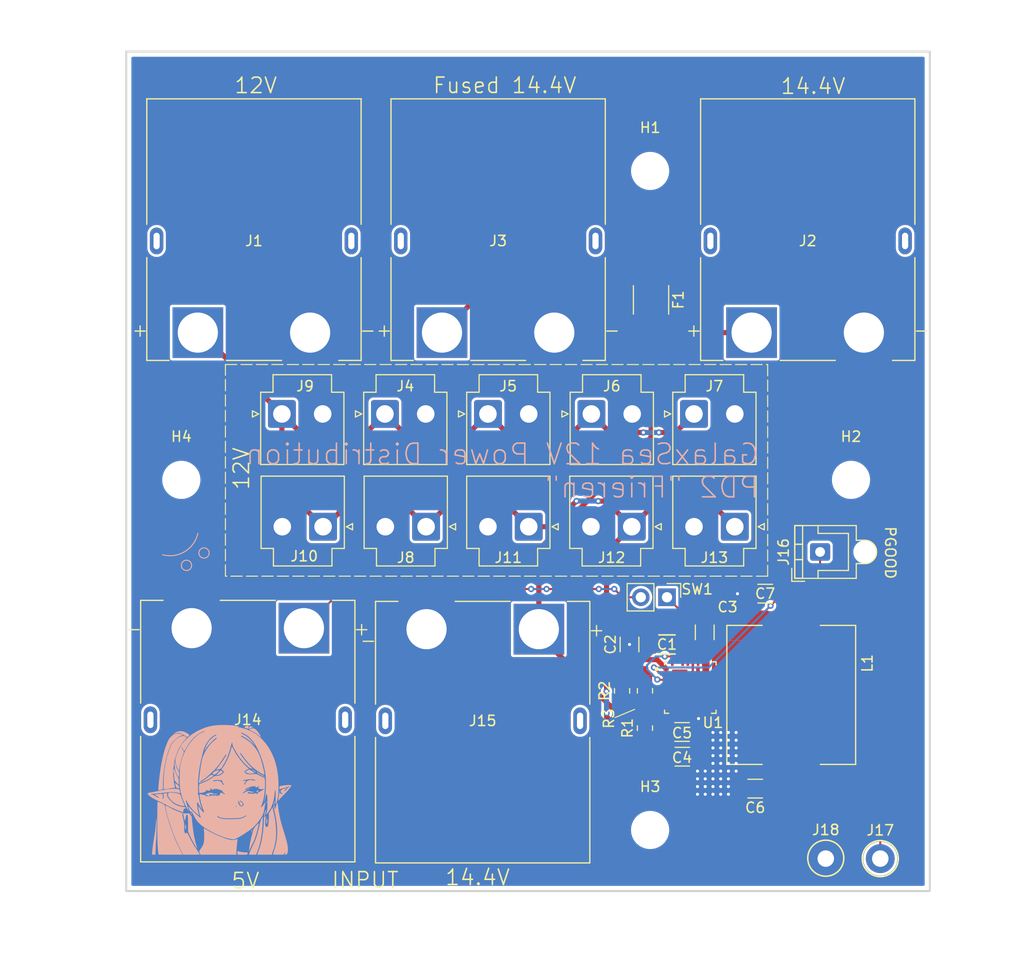
<source format=kicad_pcb>
(kicad_pcb (version 20240108) (generator "pcbnew") (generator_version "8.0")
  (layers (0 "F.Cu" signal) (31 "B.Cu" signal) (34 "B.Paste" user) (35 "F.Paste" user) (36 "B.SilkS" user "B.Silkscreen") (37 "F.SilkS" user "F.Silkscreen") (38 "B.Mask" user) (39 "F.Mask" user) (44 "Edge.Cuts" user))
  (net 0 "")
  (net 1 "GND")
  (net 2 "+5V")
  (net 3 "/PGOOD")
  (net 4 "Net-(U1-SS)")
  (net 5 "Net-(U1-FB)")
  (net 7 "Net-(U1-BST)")
  (net 9 "Net-(U1-TON)")
  (net 10 "+14.4V")
  (net 11 "+12V")
  (net 12 "Net-(U1-LX)")
  (net 13 "Net-(J3-Pin_1)")
  (net 14 "Net-(SW1-A)")
  (footprint "MountingHole:MountingHole_3.2mm_M3" (layer "F.Cu") (at 146.5 133)
    (property "Reference" "H3" (at 0 -4.2 0) (layer "F.SilkS"))
    (property "Value" "M3")
    (pad "" np_thru_hole circle (at 0 0) (size 3.2 3.2) (drill 3.2) (layers "*.Cu" "*.Mask"))
  )
  (footprint "TestPoint:TestPoint_Keystone_5010-5014_Multipurpose" (layer "F.Cu") (at 163.55 135.74)
    (property "Reference" "J18" (at 0 -2.75 0) (layer "F.SilkS"))
    (property "Value" "GND TP")
    (pad "1" thru_hole circle (at 0 0.04) (size 2.8 2.8) (drill 1.6) (layers "*.Cu" "*.Mask") (net 1 "GND"))
  )
  (footprint "Fuse:Fuse_1812_4532Metric" (layer "F.Cu") (at 146.59 81.52 -90)
    (property "Reference" "F1" (at 0 -2.65 -90) (layer "F.SilkS"))
    (property "Value" "Fuse")
    (pad "1" smd roundrect (at -2.1375 0 270) (size 1.125 3.4) (layers "F.Cu" "F.Paste" "F.Mask") (roundrect_rratio 0.222222) (net 13 "Net-(J3-Pin_1)"))
    (pad "2" smd roundrect (at 2.1375 0 270) (size 1.125 3.4) (layers "F.Cu" "F.Paste" "F.Mask") (roundrect_rratio 0.222222) (net 10 "+14.4V"))
  )
  (footprint "Capacitor_SMD:C_1206_3216Metric" (layer "F.Cu") (at 149.6 123.4832)
    (property "Reference" "C5" (at 0 0.1 0) (layer "F.SilkS"))
    (property "Value" "22uF")
    (pad "1" smd roundrect (at -1.475 0) (size 1.15 1.8) (layers "F.Cu" "F.Paste" "F.Mask") (roundrect_rratio 0.217391) (net 10 "+14.4V"))
    (pad "2" smd roundrect (at 1.475 0) (size 1.15 1.8) (layers "F.Cu" "F.Paste" "F.Mask") (roundrect_rratio 0.217391) (net 1 "GND"))
  )
  (footprint "TestPoint:TestPoint_Keystone_5010-5014_Multipurpose" (layer "F.Cu") (at 168.84 135.78)
    (property "Reference" "J17" (at 0 -2.75 0) (layer "F.SilkS"))
    (property "Value" "PGOOD TP")
    (pad "1" thru_hole circle (at 0 0) (size 2.8 2.8) (drill 1.6) (layers "*.Cu" "*.Mask") (net 3 "/PGOOD"))
  )
  (footprint "Connector_JST:JST_VH_B2P-VH-B_1x02_P3.96mm_Vertical" (layer "F.Cu") (at 144.72 103.55 180)
    (property "Reference" "J12" (at 1.96 -3 0) (layer "F.SilkS"))
    (property "Value" "Motor" (hide yes))
    (pad "1" thru_hole roundrect (at 0 0 180) (size 2.7 2.7) (drill 1.7) (layers "*.Cu" "*.Mask") (roundrect_rratio 0.092593) (net 11 "+12V"))
    (pad "2" thru_hole circle (at 3.96 0 180) (size 2.7 2.7) (drill 1.7) (layers "*.Cu" "*.Mask") (net 1 "GND"))
  )
  (footprint "Connector_JST:JST_VH_B2P-VH-B_1x02_P3.96mm_Vertical" (layer "F.Cu") (at 124.76 103.55 180)
    (property "Reference" "J8" (at 1.98 -3 0) (layer "F.SilkS"))
    (property "Value" "Motor" (hide yes))
    (pad "1" thru_hole roundrect (at 0 0 180) (size 2.7 2.7) (drill 1.7) (layers "*.Cu" "*.Mask") (roundrect_rratio 0.092593) (net 11 "+12V"))
    (pad "2" thru_hole circle (at 3.96 0 180) (size 2.7 2.7) (drill 1.7) (layers "*.Cu" "*.Mask") (net 1 "GND"))
  )
  (footprint "Capacitor_SMD:C_1206_3216Metric" (layer "F.Cu") (at 144.5 114.9832 90)
    (property "Reference" "C2" (at 0 -1.85 90) (layer "F.SilkS"))
    (property "Value" "0.1uF")
    (pad "1" smd roundrect (at -1.475 0 90) (size 1.15 1.8) (layers "F.Cu" "F.Paste" "F.Mask") (roundrect_rratio 0.217391) (net 4 "Net-(U1-SS)"))
    (pad "2" smd roundrect (at 1.475 0 90) (size 1.15 1.8) (layers "F.Cu" "F.Paste" "F.Mask") (roundrect_rratio 0.217391) (net 1 "GND"))
  )
  (footprint "Capacitor_SMD:C_1206_3216Metric" (layer "F.Cu") (at 156.7 128.9832 180)
    (property "Reference" "C6" (at 0 -1.85 180) (layer "F.SilkS"))
    (property "Value" "22uF")
    (pad "1" smd roundrect (at -1.475 0 180) (size 1.15 1.8) (layers "F.Cu" "F.Paste" "F.Mask") (roundrect_rratio 0.217391) (net 11 "+12V"))
    (pad "2" smd roundrect (at 1.475 0 180) (size 1.15 1.8) (layers "F.Cu" "F.Paste" "F.Mask") (roundrect_rratio 0.217391) (net 1 "GND"))
  )
  (footprint "MountingHole:MountingHole_3.2mm_M3" (layer "F.Cu") (at 166 99)
    (property "Reference" "H2" (at 0 -4.2 0) (layer "F.SilkS"))
    (property "Value" "M3")
    (pad "" np_thru_hole circle (at 0 0) (size 3.2 3.2) (drill 3.2) (layers "*.Cu" "*.Mask"))
  )
  (footprint "footprints:AMASS_XT90PW-F" (layer "F.Cu") (at 108.05 75.8 180)
    (property "Reference" "J1" (at 0 0 0) (layer "F.SilkS"))
    (property "Value" "12V")
    (pad "1" thru_hole rect (at 5.45 -8.9 180) (size 4.916 4.916) (drill 3.9) (layers "*.Cu" "*.Mask") (net 11 "+12V"))
    (pad "2" thru_hole circle (at -5.45 -8.9 180) (size 4.916 4.916) (drill 3.9) (layers "*.Cu" "*.Mask") (net 1 "GND"))
    (pad "S1" thru_hole oval (at 9.45 0 180) (size 1.3 2.6) (drill oval 0.6 1.6) (layers "*.Cu" "*.Mask"))
    (pad "S2" thru_hole oval (at -9.45 0 180) (size 1.3 2.6) (drill oval 0.6 1.6) (layers "*.Cu" "*.Mask"))
  )
  (footprint "Resistor_SMD:R_0805_2012Metric" (layer "F.Cu") (at 146 123.11 -90)
    (property "Reference" "R1" (at 0 1.7 -90) (layer "F.SilkS"))
    (property "Value" "680")
    (pad "1" smd roundrect (at -0.9125 0 270) (size 1.025 1.4) (layers "F.Cu" "F.Paste" "F.Mask") (roundrect_rratio 0.243902) (net 9 "Net-(U1-TON)"))
    (pad "2" smd roundrect (at 0.9125 0 270) (size 1.025 1.4) (layers "F.Cu" "F.Paste" "F.Mask") (roundrect_rratio 0.243902) (net 10 "+14.4V"))
  )
  (footprint "Resistor_SMD:R_0805_2012Metric" (layer "F.Cu") (at 146 119.4832 90)
    (property "Reference" "R3" (at -2.7 -3.5 90) (layer "F.SilkS"))
    (property "Value" "1k")
    (pad "1" smd roundrect (at -0.9125 0 90) (size 1.025 1.4) (layers "F.Cu" "F.Paste" "F.Mask") (roundrect_rratio 0.243902) (net 5 "Net-(U1-FB)"))
    (pad "2" smd roundrect (at 0.9125 0 90) (size 1.025 1.4) (layers "F.Cu" "F.Paste" "F.Mask") (roundrect_rratio 0.243902) (net 1 "GND"))
  )
  (footprint "Connector_JST:JST_VH_B2P-VH-B_1x02_P3.96mm_Vertical" (layer "F.Cu") (at 140.8 92.6)
    (property "Reference" "J6" (at 1.98 -2.7 0) (layer "F.SilkS"))
    (property "Value" "Motor" (hide yes))
    (pad "1" thru_hole roundrect (at 0 0) (size 2.7 2.7) (drill 1.7) (layers "*.Cu" "*.Mask") (roundrect_rratio 0.092593) (net 11 "+12V"))
    (pad "2" thru_hole circle (at 3.96 0) (size 2.7 2.7) (drill 1.7) (layers "*.Cu" "*.Mask") (net 1 "GND"))
  )
  (footprint "footprints:AMASS_XT90PW-F" (layer "F.Cu") (at 161.8 75.8 180)
    (property "Reference" "J2" (at 0 0 0) (layer "F.SilkS"))
    (property "Value" "Bucky")
    (pad "1" thru_hole rect (at 5.45 -8.9 180) (size 4.916 4.916) (drill 3.9) (layers "*.Cu" "*.Mask") (net 10 "+14.4V"))
    (pad "2" thru_hole circle (at -5.45 -8.9 180) (size 4.916 4.916) (drill 3.9) (layers "*.Cu" "*.Mask") (net 1 "GND"))
    (pad "S1" thru_hole oval (at 9.45 0 180) (size 1.3 2.6) (drill oval 0.6 1.6) (layers "*.Cu" "*.Mask"))
    (pad "S2" thru_hole oval (at -9.45 0 180) (size 1.3 2.6) (drill oval 0.6 1.6) (layers "*.Cu" "*.Mask"))
  )
  (footprint "footprints:CAP_CL31_SAM" (layer "F.Cu") (at 148.137199 114.9832 180)
    (property "Reference" "C1" (at 0 0 0) (layer "F.SilkS"))
    (property "Value" "4.7uF")
    (pad "1" smd rect (at -1.527801 0 180) (size 0.8556 1.6) (layers "F.Cu" "F.Paste" "F.Mask") (net 14 "Net-(SW1-A)"))
    (pad "2" smd rect (at 1.527801 0 180) (size 0.8556 1.6) (layers "F.Cu" "F.Paste" "F.Mask") (net 1 "GND"))
    (zone (net 0) (net_name "") (layer "F.Cu") (connect_pads (clearance 0)) (min_thickness 0.254)
      (keepout (tracks not_allowed) (vias not_allowed) (pads allowed) (copperpour not_allowed) (footprints allowed))
      (fill (thermal_gap 0.508) (thermal_bridge_width 0.508))
      (polygon (pts (xy 149.1864 115.7324) (xy 147.087998 115.7324) (xy 147.087998 114.234) (xy 149.1864 114.234)))
    )
  )
  (footprint "MountingHole:MountingHole_3.2mm_M3" (layer "F.Cu") (at 101 99)
    (property "Reference" "H4" (at 0 -4.2 0) (layer "F.SilkS"))
    (property "Value" "M3")
    (pad "" np_thru_hole circle (at 0 0) (size 3.2 3.2) (drill 3.2) (layers "*.Cu" "*.Mask"))
  )
  (footprint "Connector_JST:JST_VH_B2P-VH-B_1x02_P3.96mm_Vertical" (layer "F.Cu") (at 114.76 103.55 180)
    (property "Reference" "J10" (at 1.83 -2.86 0) (layer "F.SilkS"))
    (property "Value" "Motor" (hide yes))
    (pad "1" thru_hole roundrect (at 0 0 180) (size 2.7 2.7) (drill 1.7) (layers "*.Cu" "*.Mask") (roundrect_rratio 0.092593) (net 11 "+12V"))
    (pad "2" thru_hole circle (at 3.96 0 180) (size 2.7 2.7) (drill 1.7) (layers "*.Cu" "*.Mask") (net 1 "GND"))
  )
  (footprint "Connector_PinHeader_2.54mm:PinHeader_1x02_P2.54mm_Vertical" (layer "F.Cu") (at 148.14 110.4 -90)
    (property "Reference" "SW1" (at -0.78 -2.93 0) (layer "F.SilkS"))
    (property "Value" "Jumper")
    (pad "1" thru_hole rect (at 0 0 270) (size 1.7 1.7) (drill 1) (layers "*.Cu" "*.Mask") (net 14 "Net-(SW1-A)"))
    (pad "2" thru_hole oval (at 0 2.54 270) (size 1.7 1.7) (drill 1) (layers "*.Cu" "*.Mask") (net 2 "+5V"))
  )
  (footprint "Connector_JST:JST_VH_B2P-VH-B_1x02_P3.96mm_Vertical" (layer "F.Cu") (at 134.72 103.55 180)
    (property "Reference" "J11" (at 1.98 -3 0) (layer "F.SilkS"))
    (property "Value" "Motor" (hide yes))
    (pad "1" thru_hole roundrect (at 0 0 180) (size 2.7 2.7) (drill 1.7) (layers "*.Cu" "*.Mask") (roundrect_rratio 0.092593) (net 11 "+12V"))
    (pad "2" thru_hole circle (at 3.96 0 180) (size 2.7 2.7) (drill 1.7) (layers "*.Cu" "*.Mask") (net 1 "GND"))
  )
  (footprint "Connector_JST:JST_VH_B2P-VH-B_1x02_P3.96mm_Vertical" (layer "F.Cu") (at 154.72 103.55 180)
    (property "Reference" "J13" (at 1.98 -3 0) (layer "F.SilkS"))
    (property "Value" "Motor" (hide yes))
    (pad "1" thru_hole roundrect (at 0 0 180) (size 2.7 2.7) (drill 1.7) (layers "*.Cu" "*.Mask") (roundrect_rratio 0.092593) (net 11 "+12V"))
    (pad "2" thru_hole circle (at 3.96 0 180) (size 2.7 2.7) (drill 1.7) (layers "*.Cu" "*.Mask") (net 1 "GND"))
  )
  (footprint "footprints:IND_SRP1265A-1R5M" (layer "F.Cu") (at 160.2 119.8832 -90)
    (property "Reference" "L1" (at -3.075 -7.385 -90) (layer "F.SilkS"))
    (property "Value" "150uH")
    (pad "1" smd rect (at -5.55 0 270) (size 3.1 5) (layers "F.Cu" "F.Paste" "F.Mask") (net 12 "Net-(U1-LX)"))
    (pad "2" smd rect (at 5.55 0 270) (size 3.1 5) (layers "F.Cu" "F.Paste" "F.Mask") (net 11 "+12V"))
  )
  (footprint "footprints:AMASS_XT90PW-F" (layer "F.Cu") (at 131.75 75.8 180)
    (property "Reference" "J3" (at 0 0 0) (layer "F.SilkS"))
    (property "Value" "Jetson")
    (pad "1" thru_hole rect (at 5.45 -8.9 180) (size 4.916 4.916) (drill 3.9) (layers "*.Cu" "*.Mask") (net 13 "Net-(J3-Pin_1)"))
    (pad "2" thru_hole circle (at -5.45 -8.9 180) (size 4.916 4.916) (drill 3.9) (layers "*.Cu" "*.Mask") (net 1 "GND"))
    (pad "S1" thru_hole oval (at 9.45 0 180) (size 1.3 2.6) (drill oval 0.6 1.6) (layers "*.Cu" "*.Mask"))
    (pad "S2" thru_hole oval (at -9.45 0 180) (size 1.3 2.6) (drill oval 0.6 1.6) (layers "*.Cu" "*.Mask"))
  )
  (footprint "Connector_JST:JST_VH_B2P-VH-B_1x02_P3.96mm_Vertical" (layer "F.Cu") (at 110.76 92.6)
    (property "Reference" "J9" (at 2.25 -2.7 0) (layer "F.SilkS"))
    (property "Value" "Motor" (hide yes))
    (pad "1" thru_hole roundrect (at 0 0) (size 2.7 2.7) (drill 1.7) (layers "*.Cu" "*.Mask") (roundrect_rratio 0.092593) (net 11 "+12V"))
    (pad "2" thru_hole circle (at 3.96 0) (size 2.7 2.7) (drill 1.7) (layers "*.Cu" "*.Mask") (net 1 "GND"))
  )
  (footprint "footprints:AOZ2369QI-11" (layer "F.Cu") (at 150.4025 119.1682)
    (property "Reference" "U1" (at 2.1975 3.415 180) (layer "F.SilkS"))
    (property "Value" "AOZ2379QI")
    (pad "1" smd rect (at -2.35 -1.755) (size 0.5 0.25) (layers "F.Cu" "F.Paste" "F.Mask") (net 4 "Net-(U1-SS)"))
    (pad "2" smd rect (at -2.35 -1.255) (size 0.5 0.25) (layers "F.Cu" "F.Paste" "F.Mask") (net 3 "/PGOOD"))
    (pad "3" smd rect (at -2.35 -0.755) (size 0.5 0.25) (layers "F.Cu" "F.Paste" "F.Mask") (net 14 "Net-(SW1-A)"))
    (pad "4" smd rect (at -2.35 -0.255) (size 0.5 0.25) (layers "F.Cu" "F.Paste" "F.Mask") (net 14 "Net-(SW1-A)"))
    (pad "5" smd rect (at -2.35 0.245) (size 0.5 0.25) (layers "F.Cu" "F.Paste" "F.Mask") (net 1 "GND"))
    (pad "6" smd rect (at -2.35 1.245) (size 0.5 0.25) (layers "F.Cu" "F.Paste" "F.Mask") (net 5 "Net-(U1-FB)"))
    (pad "7" smd rect (at -2.35 1.745) (size 0.5 0.25) (layers "F.Cu" "F.Paste" "F.Mask") (net 9 "Net-(U1-TON)"))
    (pad "8_10" smd rect (at -1.12 1.345) (size 1.26 2.31) (layers "F.Cu" "F.Mask") (net 10 "+14.4V"))
    (pad "11_13" smd custom (at 0.75 0.65) (size 1.27 0.635) (layers "F.Cu") (net 1 "GND") (options (clearance outline) (anchor rect)) (primitives (gr_poly (pts (xy -2.5 -2.4) (xy -1.04 -2.4) (xy -1.04 -1.78) (xy 0.95 -1.78) (xy 0.95 1.85) (xy -0.84 1.85) (xy -0.84 -0.86) (xy -2.5 -0.86)) (width 0.01) (fill yes))))
    (pad "14_21" smd rect (at 2.3 -0.005) (size 0.4 3.75) (layers "F.Cu" "F.Paste" "F.Mask") (net 12 "Net-(U1-LX)"))
    (pad "22_23" smd rect (at 1.5 -2.3) (size 0.74 0.4) (layers "F.Cu" "F.Paste" "F.Mask") (net 1 "GND"))
    (pad "24" smd rect (at 0.755 -2.35) (size 0.25 0.5) (layers "F.Cu" "F.Paste" "F.Mask"))
    (pad "25" smd rect (at 0.245 -2.35) (size 0.25 0.5) (layers "F.Cu" "F.Paste" "F.Mask") (net 1 "GND"))
    (pad "26" smd rect (at -0.245 -2.35) (size 0.25 0.5) (layers "F.Cu" "F.Paste" "F.Mask") (net 7 "Net-(U1-BST)"))
    (pad "27" smd rect (at -0.745 -2.35) (size 0.25 0.5) (layers "F.Cu" "F.Paste" "F.Mask") (net 14 "Net-(SW1-A)"))
    (pad "28" smd rect (at -1.745 -2.35) (size 0.25 0.5) (layers "F.Cu" "F.Paste" "F.Mask"))
    (pad "29" smd rect (at 0.745 -1.75) (size 0.35 0.5) (layers "F.Cu" "F.Paste" "F.Mask"))
  )
  (footprint "Capacitor_SMD:C_1206_3216Metric" (layer "F.Cu") (at 157.665 110.05)
    (property "Reference" "C7" (at 0 0 0) (layer "F.SilkS"))
    (property "Value" "0.1uF")
    (pad "1" smd roundrect (at -1.475 0) (size 1.15 1.8) (layers "F.Cu" "F.Paste" "F.Mask") (roundrect_rratio 0.217391) (net 1 "GND"))
    (pad "2" smd roundrect (at 1.475 0) (size 1.15 1.8) (layers "F.Cu" "F.Paste" "F.Mask") (roundrect_rratio 0.217391) (net 3 "/PGOOD"))
  )
  (footprint "Connector_JST:JST_XH_B1B-XH-AM_1x01_P2.50mm_Vertical" (layer "F.Cu") (at 163 106 90)
    (property "Reference" "J16" (at 0 -3.55 90) (layer "F.SilkS"))
    (property "Value" "PGOOD")
    (pad "" np_thru_hole circle (at 0 4.35 90) (size 1.75 1.75) (drill 1.75) (layers "*.Cu" "*.Mask"))
    (pad "1" thru_hole roundrect (at 0 0 90) (size 1.7 1.95) (drill 0.95) (layers "*.Cu" "*.Mask") (roundrect_rratio 0.147059) (net 3 "/PGOOD"))
  )
  (footprint "Connector_JST:JST_VH_B2P-VH-B_1x02_P3.96mm_Vertical" (layer "F.Cu") (at 130.76 92.6)
    (property "Reference" "J5" (at 1.96 -2.7 0) (layer "F.SilkS"))
    (property "Value" "Motor" (hide yes))
    (pad "1" thru_hole roundrect (at 0 0) (size 2.7 2.7) (drill 1.7) (layers "*.Cu" "*.Mask") (roundrect_rratio 0.092593) (net 11 "+12V"))
    (pad "2" thru_hole circle (at 3.96 0) (size 2.7 2.7) (drill 1.7) (layers "*.Cu" "*.Mask") (net 1 "GND"))
  )
  (footprint "footprints:AMASS_XT90PW-F" (layer "F.Cu") (at 107.45 122.3)
    (property "Reference" "J14" (at 0 0 0) (layer "F.SilkS"))
    (property "Value" "5V")
    (pad "1" thru_hole rect (at 5.45 -8.9) (size 4.916 4.916) (drill 3.9) (layers "*.Cu" "*.Mask") (net 2 "+5V"))
    (pad "2" thru_hole circle (at -5.45 -8.9) (size 4.916 4.916) (drill 3.9) (layers "*.Cu" "*.Mask") (net 1 "GND"))
    (pad "S1" thru_hole oval (at 9.45 0) (size 1.3 2.6) (drill oval 0.6 1.6) (layers "*.Cu" "*.Mask"))
    (pad "S2" thru_hole oval (at -9.45 0) (size 1.3 2.6) (drill oval 0.6 1.6) (layers "*.Cu" "*.Mask"))
  )
  (footprint "MountingHole:MountingHole_3.2mm_M3" (layer "F.Cu") (at 146.5 69)
    (property "Reference" "H1" (at 0 -4.2 0) (layer "F.SilkS"))
    (property "Value" "M3")
    (pad "" np_thru_hole circle (at 0 0) (size 3.2 3.2) (drill 3.2) (layers "*.Cu" "*.Mask"))
  )
  (footprint "footprints:AMASS_XT90PW-F" (layer "F.Cu") (at 130.25 122.4)
    (property "Reference" "J15" (at 0 0 0) (layer "F.SilkS"))
    (property "Value" "14.4V")
    (pad "1" thru_hole rect (at 5.45 -8.9) (size 4.916 4.916) (drill 3.9) (layers "*.Cu" "*.Mask") (net 10 "+14.4V"))
    (pad "2" thru_hole circle (at -5.45 -8.9) (size 4.916 4.916) (drill 3.9) (layers "*.Cu" "*.Mask") (net 1 "GND"))
    (pad "S1" thru_hole oval (at 9.45 0) (size 1.3 2.6) (drill oval 0.6 1.6) (layers "*.Cu" "*.Mask"))
    (pad "S2" thru_hole oval (at -9.45 0) (size 1.3 2.6) (drill oval 0.6 1.6) (layers "*.Cu" "*.Mask"))
  )
  (footprint "Resistor_SMD:R_0805_2012Metric" (layer "F.Cu") (at 143.78 119.49 -90)
    (property "Reference" "R2" (at 0 1.7 90) (layer "F.SilkS"))
    (property "Value" "4.7k")
    (pad "1" smd roundrect (at -0.9125 0 270) (size 1.025 1.4) (layers "F.Cu" "F.Paste" "F.Mask") (roundrect_rratio 0.243902) (net 11 "+12V"))
    (pad "2" smd roundrect (at 0.9125 0 270) (size 1.025 1.4) (layers "F.Cu" "F.Paste" "F.Mask") (roundrect_rratio 0.243902) (net 5 "Net-(U1-FB)"))
  )
  (footprint "Connector_JST:JST_VH_B2P-VH-B_1x02_P3.96mm_Vertical" (layer "F.Cu") (at 120.76 92.6)
    (property "Reference" "J4" (at 1.98 -2.7 0) (layer "F.SilkS"))
    (property "Value" "Motor" (hide yes))
    (pad "1" thru_hole roundrect (at 0 0) (size 2.7 2.7) (drill 1.7) (layers "*.Cu" "*.Mask") (roundrect_rratio 0.092593) (net 11 "+12V"))
    (pad "2" thru_hole circle (at 3.96 0) (size 2.7 2.7) (drill 1.7) (layers "*.Cu" "*.Mask") (net 1 "GND"))
  )
  (footprint "Connector_JST:JST_VH_B2P-VH-B_1x02_P3.96mm_Vertical" (layer "F.Cu") (at 150.76 92.6)
    (property "Reference" "J7" (at 1.98 -2.7 0) (layer "F.SilkS"))
    (property "Value" "Motor" (hide yes))
    (pad "1" thru_hole roundrect (at 0 0) (size 2.7 2.7) (drill 1.7) (layers "*.Cu" "*.Mask") (roundrect_rratio 0.092593) (net 11 "+12V"))
    (pad "2" thru_hole circle (at 3.96 0) (size 2.7 2.7) (drill 1.7) (layers "*.Cu" "*.Mask") (net 1 "GND"))
  )
  (footprint "Capacitor_SMD:C_1206_3216Metric" (layer "F.Cu") (at 151.8 113.8082 -90)
    (property "Reference" "C3" (at -2.4582 -2.22 0) (layer "F.SilkS"))
    (property "Value" "0.1uF")
    (pad "1" smd roundrect (at -1.475 0 270) (size 1.15 1.8) (layers "F.Cu" "F.Paste" "F.Mask") (roundrect_rratio 0.217391) (net 12 "Net-(U1-LX)"))
    (pad "2" smd roundrect (at 1.475 0 270) (size 1.15 1.8) (layers "F.Cu" "F.Paste" "F.Mask") (roundrect_rratio 0.217391) (net 7 "Net-(U1-BST)"))
  )
  (footprint "Capacitor_SMD:C_1206_3216Metric" (layer "F.Cu") (at 149.627801 125.8832)
    (property "Reference" "C4" (at -0.027801 0.1 0) (layer "F.SilkS"))
    (property "Value" "22uF")
    (pad "1" smd roundrect (at -1.475 0) (size 1.15 1.8) (layers "F.Cu" "F.Paste" "F.Mask") (roundrect_rratio 0.217391) (net 10 "+14.4V"))
    (pad "2" smd roundrect (at 1.475 0) (size 1.15 1.8) (layers "F.Cu" "F.Paste" "F.Mask") (roundrect_rratio 0.217391) (net 1 "GND"))
  )
  (footprint "LOGO" (layer "B.Cu") (at 105.514277 128.723159 180)
    (property "Reference" "G***" (hide yes))
    (property "Value" "LOGO" (hide yes))
  )
  (gr_arc (start 102.6 104.2) (mid 101.338454 105.962383) (end 99.193623 106.274141) (stroke (width 0.1)) (layer "B.SilkS"))
  (gr_circle (center 101.5 107.3) (end 101.5 107.8) (stroke (width 0.1)) (fill none) (layer "B.SilkS"))
  (gr_circle (center 103.2 106.1) (end 103.2 106.6) (stroke (width 0.1)) (fill none) (layer "B.SilkS"))
  (gr_line (start 143.1 122.0832) (end 145 121.2832) (stroke (width 0.1)) (layer "F.SilkS"))
  (gr_rect (start 105.28 87.8) (end 157.91 108.35) (stroke (width 0.1) (type dash)) (fill none) (layer "F.SilkS"))
  (gr_rect (start 95.65 57.41) (end 173.65 138.93) (stroke (width 0.2)) (fill none) (layer "Edge.Cuts"))
  (gr_text "GalaxSea 12V Power Distribution\nPD2 {dblquote}Frieren{dblquote}" (at 157.2 100.9 0) (layer "B.SilkS") (effects (font (size 2 2)) (justify left bottom mirror)))
  (gr_text "12V" (at 107.71 100.07 90) (layer "F.SilkS") (effects (font (size 1.5 1.5)) (justify left bottom)))
  (gr_text "14.4V" (at 126.52 138.48 0) (layer "F.SilkS") (effects (font (size 1.5 1.5)) (justify left bottom)))
  (gr_text "5V" (at 105.77 138.81 0) (layer "F.SilkS") (effects (font (size 1.5 1.5)) (justify left bottom)))
  (gr_text "14.4V" (at 159.08 61.65 0) (layer "F.SilkS") (effects (font (size 1.5 1.5)) (justify left bottom)))
  (gr_text "12V" (at 106.06 61.58 0) (layer "F.SilkS") (effects (font (size 1.5 1.5)) (justify left bottom)))
  (gr_text "Fused 14.4V" (at 125.33 61.57 0) (layer "F.SilkS") (effects (font (size 1.5 1.5)) (justify left bottom)))
  (gr_text "INPUT" (at 115.5 138.73 0) (layer "F.SilkS") (effects (font (size 1.5 1.5)) (justify left bottom)))
  (gr_text "PGOOD" (at 169.23 103.43 -90) (layer "F.SilkS") (effects (font (size 1 1)) (justify left bottom)))
  (segment (start 150.6475 116.8182) (end 150.6475 119.3132) (width 0.2) (layer "F.Cu") (net 1))
  (segment (start 156.19 110.05) (end 154.99 110.05) (width 0.2) (layer "F.Cu") (net 1))
  (segment (start 154.99 110.05) (end 154.98 110.06) (width 0.2) (layer "F.Cu") (net 1))
  (via (at 151.85 127.2832) (size 0.6) (drill 0.3) (layers "F.Cu" "B.Cu") (net 1))
  (via (at 154.1 124.2832) (size 0.6) (drill 0.3) (layers "F.Cu" "B.Cu") (net 1))
  (via (at 152.6 128.7832) (size 0.6) (drill 0.3) (layers "F.Cu" "B.Cu") (net 1))
  (via (at 151.1 129.5332) (size 0.6) (drill 0.3) (layers "F.Cu" "B.Cu") (net 1))
  (via (at 152.6 125.7832) (size 0.6) (drill 0.3) (layers "F.Cu" "B.Cu") (net 1))
  (via (at 152.6 125.0332) (size 0.6) (drill 0.3) (layers "F.Cu" "B.Cu") (net 1))
  (via (at 151.1 128.0332) (size 0.6) (drill 0.3) (layers "F.Cu" "B.Cu") (net 1))
  (via (at 151.85 128.7832) (size 0.6) (drill 0.3) (layers "F.Cu" "B.Cu") (net 1))
  (via (at 144.5 114.9832) (size 0.6) (drill 0.3) (layers "F.Cu" "B.Cu") (net 1))
  (via (at 153.35 125.7832) (size 0.6) (drill 0.3) (layers "F.Cu" "B.Cu") (net 1))
  (via (at 154.1 127.2832) (size 0.6) (drill 0.3) (layers "F.Cu" "B.Cu") (net 1))
  (via (at 153.35 129.5332) (size 0.6) (drill 0.3) (layers "F.Cu" "B.Cu") (net 1))
  (via (at 154.85 126.5332) (size 0.6) (drill 0.3) (layers "F.Cu" "B.Cu") (net 1))
  (via (at 152.6 127.2832) (size 0.6) (drill 0.3) (layers "F.Cu" "B.Cu") (net 1))
  (via (at 153.35 124.2832) (size 0.6) (drill 0.3) (layers "F.Cu" "B.Cu") (net 1))
  (via (at 154.1 129.5332) (size 0.6) (drill 0.3) (layers "F.Cu" "B.Cu") (net 1))
  (via (at 154.1 128.7832) (size 0.6) (drill 0.3) (layers "F.Cu" "B.Cu") (net 1))
  (via (at 152.6 128.0332) (size 0.6) (drill 0.3) (layers "F.Cu" "B.Cu") (net 1))
  (via (at 154.1 126.5332) (size 0.6) (drill 0.3) (layers "F.Cu" "B.Cu") (net 1))
  (via (at 154.1 125.7832) (size 0.6) (drill 0.3) (layers "F.Cu" "B.Cu") (net 1))
  (via (at 152.6 124.2832) (size 0.6) (drill 0.3) (layers "F.Cu" "B.Cu") (net 1))
  (via (at 152.6 126.5332) (size 0.6) (drill 0.3) (layers "F.Cu" "B.Cu") (net 1))
  (via (at 154.85 124.2832) (size 0.6) (drill 0.3) (layers "F.Cu" "B.Cu") (net 1))
  (via (at 153.35 125.0332) (size 0.6) (drill 0.3) (layers "F.Cu" "B.Cu") (net 1))
  (via (at 152.6 129.5332) (size 0.6) (drill 0.3) (layers "F.Cu" "B.Cu") (net 1))
  (via (at 154.1 125.0332) (size 0.6) (drill 0.3) (layers "F.Cu" "B.Cu") (net 1))
  (via (at 154.85 127.2832) (size 0.6) (drill 0.3) (layers "F.Cu" "B.Cu") (net 1))
  (via (at 151.85 128.0332) (size 0.6) (drill 0.3) (layers "F.Cu" "B.Cu") (net 1))
  (via (at 151.1 128.7832) (size 0.6) (drill 0.3) (layers "F.Cu" "B.Cu") (net 1))
  (via (at 151.2 122.1832) (size 0.6) (drill 0.3) (layers "F.Cu" "B.Cu") (net 1))
  (via (at 151.85 129.5332) (size 0.6) (drill 0.3) (layers "F.Cu" "B.Cu") (net 1))
  (via (at 154.1 128.0332) (size 0.6) (drill 0.3) (layers "F.Cu" "B.Cu") (net 1))
  (via (at 154.98 110.06) (size 0.6) (drill 0.3) (layers "F.Cu" "B.Cu") (net 1))
  (via (at 153.35 127.2832) (size 0.6) (drill 0.3) (layers "F.Cu" "B.Cu") (net 1))
  (via (at 154.85 123.5332) (size 0.6) (drill 0.3) (layers "F.Cu" "B.Cu") (net 1))
  (via (at 154.1 123.5332) (size 0.6) (drill 0.3) (layers "F.Cu" "B.Cu") (net 1))
  (via (at 153.35 123.5332) (size 0.6) (drill 0.3) (layers "F.Cu" "B.Cu") (net 1))
  (via (at 152.6 123.5332) (size 0.6) (drill 0.3) (layers "F.Cu" "B.Cu") (net 1))
  (via (at 153.35 126.5332) (size 0.6) (drill 0.3) (layers "F.Cu" "B.Cu") (net 1))
  (via (at 151.1 127.2832) (size 0.6) (drill 0.3) (layers "F.Cu" "B.Cu") (net 1))
  (via (at 154.85 125.0332) (size 0.6) (drill 0.3) (layers "F.Cu" "B.Cu") (net 1))
  (via (at 153.35 128.0332) (size 0.6) (drill 0.3) (layers "F.Cu" "B.Cu") (net 1))
  (via (at 153.35 128.7832) (size 0.6) (drill 0.3) (layers "F.Cu" "B.Cu") (net 1))
  (via (at 154.85 125.7832) (size 0.6) (drill 0.3) (layers "F.Cu" "B.Cu") (net 1))
  (segment (start 136.45 109.6) (end 141.5207 109.6) (width 0.2) (layer "F.Cu") (net 2))
  (segment (start 112.9 113.4) (end 116.7 109.6) (width 0.2) (layer "F.Cu") (net 2))
  (segment (start 143.0207 109.6) (end 143.8207 110.4) (width 0.2) (layer "F.Cu") (net 2))
  (segment (start 116.7 109.6) (end 134.95 109.6) (width 0.2) (layer "F.Cu") (net 2))
  (segment (start 143.8207 110.4) (end 145.6 110.4) (width 0.2) (layer "F.Cu") (net 2))
  (via (at 134.95 109.6) (size 0.6) (drill 0.3) (layers "F.Cu" "B.Cu") (net 2))
  (via (at 143.0207 109.6) (size 0.6) (drill 0.3) (layers "F.Cu" "B.Cu") (net 2))
  (via (at 141.5207 109.6) (size 0.6) (drill 0.3) (layers "F.Cu" "B.Cu") (net 2))
  (via (at 136.45 109.6) (size 0.6) (drill 0.3) (layers "F.Cu" "B.Cu") (net 2))
  (segment (start 141.5207 109.6) (end 143.0207 109.6) (width 0.2) (layer "B.Cu") (net 2))
  (segment (start 134.95 109.6) (end 136.45 109.6) (width 0.2) (layer "B.Cu") (net 2))
  (segment (start 159.14 110.05) (end 163.05 110.05) (width 0.2) (layer "F.Cu") (net 3))
  (segment (start 166.62 110.05) (end 168.84 112.27) (width 0.2) (layer "F.Cu") (net 3))
  (segment (start 159.14 110.27) (end 158.19 111.22) (width 0.2) (layer "F.Cu") (net 3))
  (segment (start 159 110.3) (end 158.99 110.31) (width 0.2) (layer "F.Cu") (net 3))
  (segment (start 159.14 110.05) (end 159.14 110.27) (width 0.2) (layer "F.Cu") (net 3))
  (segment (start 163 106) (end 163 110) (width 0.2) (layer "F.Cu") (net 3))
  (segment (start 163.05 110.05) (end 166.62 110.05) (width 0.2) (layer "F.Cu") (net 3))
  (segment (start 163 110) (end 163.05 110.05) (width 0.2) (layer "F.Cu") (net 3))
  (segment (start 148.0525 117.9132) (end 147.56684 117.9132) (width 0.2) (layer "F.Cu") (net 3))
  (segment (start 147.56684 117.9132) (end 146.873996 117.220356) (width 0.2) (layer "F.Cu") (net 3))
  (segment (start 168.84 112.27) (end 168.84 135.78) (width 0.2) (layer "F.Cu") (net 3))
  (via (at 146.873996 117.220356) (size 0.6) (drill 0.3) (layers "F.Cu" "B.Cu") (net 3))
  (via (at 158.19 111.22) (size 0.6) (drill 0.3) (layers "F.Cu" "B.Cu") (net 3))
  (segment (start 158.19 111.22) (end 152.189644 117.220356) (width 0.2) (layer "B.Cu") (net 3))
  (segment (start 152.189644 117.220356) (end 146.873996 117.220356) (width 0.2) (layer "B.Cu") (net 3))
  (segment (start 147.797501 117.0832) (end 147.797501 117.083202) (width 0.5) (layer "F.Cu") (net 4))
  (segment (start 144.7 116.4582) (end 147.172501 116.4582) (width 0.5) (layer "F.Cu") (net 4))
  (segment (start 147.797501 117.083202) (end 148.0525 117.3382) (width 0.5) (layer "F.Cu") (net 4))
  (segment (start 147.172501 116.4582) (end 147.797501 117.0832) (width 0.5) (layer "F.Cu") (net 4))
  (segment (start 144 120.3957) (end 146 120.3957) (width 0.5) (layer "F.Cu") (net 5))
  (segment (start 146.345 120.3382) (end 148.0525 120.3382) (width 0.5) (layer "F.Cu") (net 5))
  (segment (start 150.1575 116.8182) (end 150.1575 116.3332) (width 0.2) (layer "F.Cu") (net 7))
  (segment (start 150.1575 116.3332) (end 151.2075 115.2832) (width 0.2) (layer "F.Cu") (net 7))
  (segment (start 146 122.1975) (end 146.8432 122.1975) (width 0.5) (layer "F.Cu") (net 9))
  (segment (start 146.8432 122.1975) (end 148.0525 120.9882) (width 0.5) (layer "F.Cu") (net 9))
  (segment (start 146.6 85.6) (end 146.59 85.59) (width 0.5) (layer "F.Cu") (net 10))
  (segment (start 146.6 94.866878) (end 146.6 85.6) (width 0.5) (layer "F.Cu") (net 10))
  (segment (start 146.59 85.59) (end 146.59 83.6575) (width 0.5) (layer "F.Cu") (net 10))
  (segment (start 135.7 114.031878) (end 145.690622 124.0225) (width 0.5) (layer "F.Cu") (net 10))
  (segment (start 147.6325 84.7) (end 146.59 83.6575) (width 0.5) (layer "F.Cu") (net 10))
  (segment (start 135.7 113.5) (end 135.7 114.031878) (width 0.5) (layer "F.Cu") (net 10))
  (segment (start 156.35 84.7) (end 147.6325 84.7) (width 0.5) (layer "F.Cu") (net 10))
  (segment (start 135.7 113.5) (end 135.7 105.766878) (width 0.5) (layer "F.Cu") (net 10))
  (segment (start 135.7 105.766878) (end 146.6 94.866878) (width 0.5) (layer "F.Cu") (net 10))
  (segment (start 145.690622 124.0225) (end 146 124.0225) (width 0.5) (layer "F.Cu") (net 10))
  (segment (start 122.96 101.75) (end 124.76 103.55) (width 0.5) (layer "F.Cu") (net 11))
  (segment (start 142.2707 117.0682) (end 142.2707 105.9993) (width 0.5) (layer "F.Cu") (net 11))
  (segment (start 120.76 92.6) (end 122.56 94.4) (width 0.5) (layer "F.Cu") (net 11))
  (segment (start 150.21 131.27) (end 155.8882 131.27) (width 0.5) (layer "F.Cu") (net 11))
  (segment (start 110.76 92.6) (end 112.56 94.4) (width 0.5) (layer "F.Cu") (net 11))
  (segment (start 102.86 84.7) (end 110.76 92.6) (width 0.5) (layer "F.Cu") (net 11))
  (segment (start 147.35 94.4) (end 148.96 94.4) (width 0.5) (layer "F.Cu") (net 11))
  (segment (start 116.75 101.75) (end 122.96 101.75) (width 0.5) (layer "F.Cu") (net 11))
  (segment (start 142.27373 122.005608) (end 143.91 123.641878) (width 0.5) (layer "F.Cu") (net 11))
  (segment (start 142.2707 117.0682) (end 142.2707 118.51) (width 0.5) (layer "F.Cu") (net 11))
  (segment (start 132.92 101.75) (end 134.72 103.55) (width 0.5) (layer "F.Cu") (net 11))
  (segment (start 130.76 92.6) (end 132.56 94.4) (width 0.5) (layer "F.Cu") (net 11))
  (segment (start 142.27373 121.66627) (end 142.27373 122.005608) (width 0.5) (layer "F.Cu") (net 11))
  (segment (start 144.72 103.55) (end 146.52 101.75) (width 0.5) (layer "F.Cu") (net 11))
  (segment (start 152.92 101.75) (end 154.72 103.55) (width 0.5) (layer "F.Cu") (net 11))
  (segment (start 110.76 99.55) (end 114.76 103.55) (width 0.5) (layer "F.Cu") (net 11))
  (segment (start 124.76 103.55) (end 126.56 101.75) (width 0.5) (layer "F.Cu") (net 11))
  (segment (start 139 94.4) (end 140.8 92.6) (width 0.5) (layer "F.Cu") (net 11))
  (segment (start 142.2707 119.5393) (end 142.269392 119.540608) (width 0.5) (layer "F.Cu") (net 11))
  (segment (start 155.8882 131.27) (end 158.175 128.9832) (width 0.5) (layer "F.Cu") (net 11))
  (segment (start 142.23377 101.06377) (end 144.72 103.55) (width 0.5) (layer "F.Cu") (net 11))
  (segment (start 114.95 103.55) (end 116.75 101.75) (width 0.5) (layer "F.Cu") (net 11))
  (segment (start 102.6 84.7) (end 102.86 84.7) (width 0.5) (layer "F.Cu") (net 11))
  (segment (start 143.91 127.86) (end 145.16 129.11) (width 0.5) (layer "F.Cu") (net 11))
  (segment (start 114.76 103.55) (end 114.95 103.55) (width 0.5) (layer "F.Cu") (net 11))
  (segment (start 142.3382 118.5775) (end 142.2707 118.51) (width 0.5) (layer "F.Cu") (net 11))
  (segment (start 134.72 103.55) (end 136.856216 103.55) (width 0.5) (layer "F.Cu") (net 11))
  (segment (start 142.2707 105.9993) (end 144.72 103.55) (width 0.5) (layer "F.Cu") (net 11))
  (segment (start 122.56 94.4) (end 128.96 94.4) (width 0.5) (layer "F.Cu") (net 11))
  (segment (start 143.78 118.5775) (end 142.3382 118.5775) (width 0.5) (layer "F.Cu") (net 11))
  (segment (start 145.16 129.11) (end 148.05 129.11) (width 0.5) (layer "F.Cu") (net 11))
  (segment (start 118.96 94.4) (end 120.76 92.6) (width 0.5) (layer "F.Cu") (net 11))
  (segment (start 110.76 92.6) (end 110.76 99.55) (width 0.5) (layer "F.Cu") (net 11))
  (segment (start 128.96 94.4) (end 130.76 92.6) (width 0.5) (layer "F.Cu") (net 11))
  (segment (start 132.56 94.4) (end 139 94.4) (width 0.5) (layer "F.Cu") (net 11))
  (segment (start 112.56 94.4) (end 118.96 94.4) (width 0.5) (layer "F.Cu") (net 11))
  (segment (start 146.52 101.75) (end 152.92 101.75) (width 0.5) (layer "F.Cu") (net 11))
  (segment (start 148.96 94.4) (end 150.76 92.6) (width 0.5) (layer "F.Cu") (net 11))
  (segment (start 136.856216 103.55) (end 139.353108 101.053108) (width 0.5) (layer "F.Cu") (net 11))
  (segment (start 143.91 123.641878) (end 143.91 127.86) (width 0.5) (layer "F.Cu") (net 11))
  (segment (start 140.8 92.6) (end 142.6 94.4) (width 0.5) (layer "F.Cu") (net 11))
  (segment (start 148.05 129.11) (end 150.21 131.27) (width 0.5) (layer "F.Cu") (net 11))
  (segment (start 142.6 94.4) (end 145.85 94.4) (width 0.5) (layer "F.Cu") (net 11))
  (segment (start 142.2707 118.51) (end 142.2707 119.5393) (width 0.5) (layer "F.Cu") (net 11))
  (segment (start 126.56 101.75) (end 132.92 101.75) (width 0.5) (layer "F.Cu") (net 11))
  (segment (start 141.46377 101.06377) (end 142.23377 101.06377) (width 0.5) (layer "F.Cu") (net 11))
  (via (at 142.27373 121.66627) (size 0.6) (drill 0.3) (layers "F.Cu" "B.Cu") (net 11))
  (via (at 145.85 94.4) (size 0.6) (drill 0.3) (layers "F.Cu" "B.Cu") (net 11))
  (via (at 139.353108 101.053108) (size 0.6) (drill 0.3) (layers "F.Cu" "B.Cu") (net 11))
  (via (at 142.269392 119.540608) (size 0.6) (drill 0.3) (layers "F.Cu" "B.Cu") (net 11))
  (via (at 141.46377 101.06377) (size 0.6) (drill 0.3) (layers "F.Cu" "B.Cu") (net 11))
  (via (at 147.35 94.4) (size 0.6) (drill 0.3) (layers "F.Cu" "B.Cu") (net 11))
  (segment (start 142.269392 119.540608) (end 142.269392 121.661932) (width 0.5) (layer "B.Cu") (net 11))
  (segment (start 142.269392 121.661932) (end 142.27373 121.66627) (width 0.5) (layer "B.Cu") (net 11))
  (segment (start 141.453108 101.053108) (end 141.46377 101.06377) (width 0.5) (layer "B.Cu") (net 11))
  (segment (start 145.85 94.4) (end 147.35 94.4) (width 0.5) (layer "B.Cu") (net 11))
  (segment (start 139.353108 101.053108) (end 141.453108 101.053108) (width 0.5) (layer "B.Cu") (net 11))
  (segment (start 126.3 84.7) (end 131.6175 79.3825) (width 0.5) (layer "F.Cu") (net 13))
  (segment (start 131.6175 79.3825) (end 146.59 79.3825) (width 0.5) (layer "F.Cu") (net 13))
  (segment (start 148.14 110.4) (end 149.665 111.925) (width 0.2) (layer "F.Cu") (net 14))
  (segment (start 149.6575 116.1832) (end 149.6575 115.0507) (width 0.2) (layer "F.Cu") (net 14))
  (segment (start 147.924377 116.149414) (end 149.623714 116.149414) (width 0.2) (layer "F.Cu") (net 14))
  (segment (start 149.665 111.925) (end 149.665 114.9832) (width 0.2) (layer "F.Cu") (net 14))
  (segment (start 148.0525 118.4132) (end 147.225208 118.4132) (width 0.2) (layer "F.Cu") (net 14))
  (segment (start 149.623714 116.149414) (end 149.6575 116.1832) (width 0.2) (layer "F.Cu") (net 14))
  (segment (start 147.225208 118.4132) (end 147.2 118.387992) (width 0.2) (layer "F.Cu") (net 14))
  (segment (start 148.0525 118.9132) (end 148.0525 118.4132) (width 0.2) (layer "F.Cu") (net 14))
  (segment (start 149.6575 116.8182) (end 149.6575 116.1832) (width 0.2) (layer "F.Cu") (net 14))
  (via (at 147.924377 116.149414) (size 0.6) (drill 0.3) (layers "F.Cu" "B.Cu") (net 14))
  (via (at 147.2 118.387992) (size 0.6) (drill 0.3) (layers "F.Cu" "B.Cu") (net 14))
  (segment (start 147.050586 116.149414) (end 147.924377 116.149414) (width 0.2) (layer "B.Cu") (net 14))
  (segment (start 146.2 117) (end 147.050586 116.149414) (width 0.2) (layer "B.Cu") (net 14))
  (segment (start 146.2 117.394889) (end 146.2 117) (width 0.2) (layer "B.Cu") (net 14))
  (segment (start 147.2 118.387992) (end 147.193103 118.387992) (width 0.2) (layer "B.Cu") (net 14))
  (segment (start 147.193103 118.387992) (end 146.2 117.394889) (width 0.2) (layer "B.Cu") (net 14))
  (zone (net 11) (net_name "+12V") (layer "F.Cu") (priority 9) (connect_pads yes (clearance 0.25)) (min_thickness 0.25) (fill yes (thermal_gap 0.5) (thermal_bridge_width 0.5))
    (polygon (pts (xy 157.65 126.2832) (xy 157.65 130.2832) (xy 162.7 130.2832) (xy 162.7 126.2832)))
  )
  (zone (net 10) (net_name "+14.4V") (layer "F.Cu") (priority 4) (connect_pads yes (clearance 0.25)) (min_thickness 0.25) (fill yes (thermal_gap 0.5) (thermal_bridge_width 0.5))
    (polygon (pts (xy 150 121.1832) (xy 150 127.1832) (xy 145.3 127.1832) (xy 145.3 121.1832) (xy 145.9 121.1832) (xy 147.7 121.1832) (xy 149.1 121.1832)))
  )
  (zone (net 1) (net_name "GND") (layer "F.Cu") (priority 3) (connect_pads yes (clearance 0.25)) (min_thickness 0.25) (fill yes (thermal_gap 0.5) (thermal_bridge_width 0.5))
    (polygon (pts (xy 152.2 122.9832) (xy 155.4 122.9832) (xy 155.4 127.0832) (xy 152.2 127.0832)))
  )
  (zone (net 1) (net_name "GND") (layer "F.Cu") (priority 11) (connect_pads yes (clearance 0.25)) (min_thickness 0.25) (fill yes (thermal_gap 0.5) (thermal_bridge_width 0.5))
    (polygon (pts (xy 148.4 119.7832) (xy 148.4 119.1832) (xy 146.8 119.1832) (xy 146.8 117.9832) (xy 145.2 117.9832) (xy 145.2 119.7832)))
  )
  (zone (net 1) (net_name "GND") (layer "F.Cu") (priority 12) (connect_pads yes (clearance 0.25)) (min_thickness 0.25) (fill yes (thermal_gap 0.5) (thermal_bridge_width 0.5))
    (polygon (pts (xy 142.6 115.8832) (xy 142.6 112.6832) (xy 147.1 112.6832) (xy 147.1 114.9832) (xy 147.1 115.8832)))
  )
  (zone (net 1) (net_name "GND") (layer "F.Cu") (priority 2) (connect_pads yes (clearance 0.25)) (min_thickness 0.1) (fill yes (thermal_gap 0.5) (thermal_bridge_width 0.5))
    (polygon (pts (xy 151.515 116.6432) (xy 151.515 118.1432) (xy 152.09 118.9432) (xy 152.315 116.6432)))
  )
  (zone (net 1) (net_name "GND") (layer "F.Cu") (priority 6) (connect_pads yes (clearance 0.25)) (min_thickness 0.25) (fill yes (thermal_gap 0.5) (thermal_bridge_width 0.5))
    (polygon (pts (xy 155.4 130.2832) (xy 155.4 125.5832) (xy 150.2 125.5832) (xy 150.2 130.2832)))
  )
  (zone (net 1) (net_name "GND") (layer "F.Cu") (priority 1) (connect_pads yes (clearance 0.25)) (min_thickness 0.25) (fill yes (thermal_gap 0.5) (thermal_bridge_width 0.5))
    (polygon (pts (xy 150.2 121.3832) (xy 152.2 121.3832) (xy 152.2 127.0832) (xy 150.2 127.0832)))
  )
  (zone (net 1) (net_name "GND") (layer "F.Cu") (priority 8) (connect_pads yes (clearance 0.25)) (min_thickness 0.1) (fill yes (thermal_gap 0.5) (thermal_bridge_width 0.5))
    (polygon (pts (xy 150.54 117.0432) (xy 150.74 117.0432) (xy 150.74 118.1182) (xy 150.54 118.1182)))
  )
  (zone (net 12) (net_name "Net-(U1-LX)") (layer "F.Cu") (priority 13) (connect_pads yes (clearance 0.25)) (min_thickness 0.25) (fill yes (thermal_gap 0.5) (thermal_bridge_width 0.5))
    (polygon (pts (xy 150.9 111.6832) (xy 150.9 114.5832) (xy 163.1 114.5832) (xy 163.1 111.6832)))
  )
  (zone (net 1) (net_name "GND") (layer "F.Cu") (priority 10) (connect_pads yes (clearance 0.25)) (min_thickness 0.25) (fill yes (thermal_gap 0.5) (thermal_bridge_width 0.5))
    (polygon (pts (xy 142.6 114.9832) (xy 142.6 117.7832) (xy 145.2 117.7832) (xy 145.2 118.0832) (xy 146.8 118.0832) (xy 146.8 117.0832) (xy 144.2 117.0832) (xy 144.2 114.9832)))
  )
  (zone (net 12) (net_name "Net-(U1-LX)") (layer "F.Cu") (priority 5) (connect_pads yes (clearance 0.25)) (min_thickness 0.25) (fill yes (thermal_gap 0.5) (thermal_bridge_width 0.5))
    (polygon (pts (xy 151.9 115.7832) (xy 152.5 116.2832) (xy 152.5 121.2832) (xy 163.1 121.2832) (xy 163.1 112.7832) (xy 151.9 112.7832)))
  )
  (zone (net 1) (net_name "GND") (layer "B.Cu") (connect_pads yes (clearance 0.25)) (min_thickness 0.25) (fill yes (thermal_gap 0.5) (thermal_bridge_width 0.5))
    (polygon (pts (xy 83.4 52.8) (xy 182.3 52.4) (xy 182.8 146.8) (xy 83.9 147.2)))
  )
)
</source>
